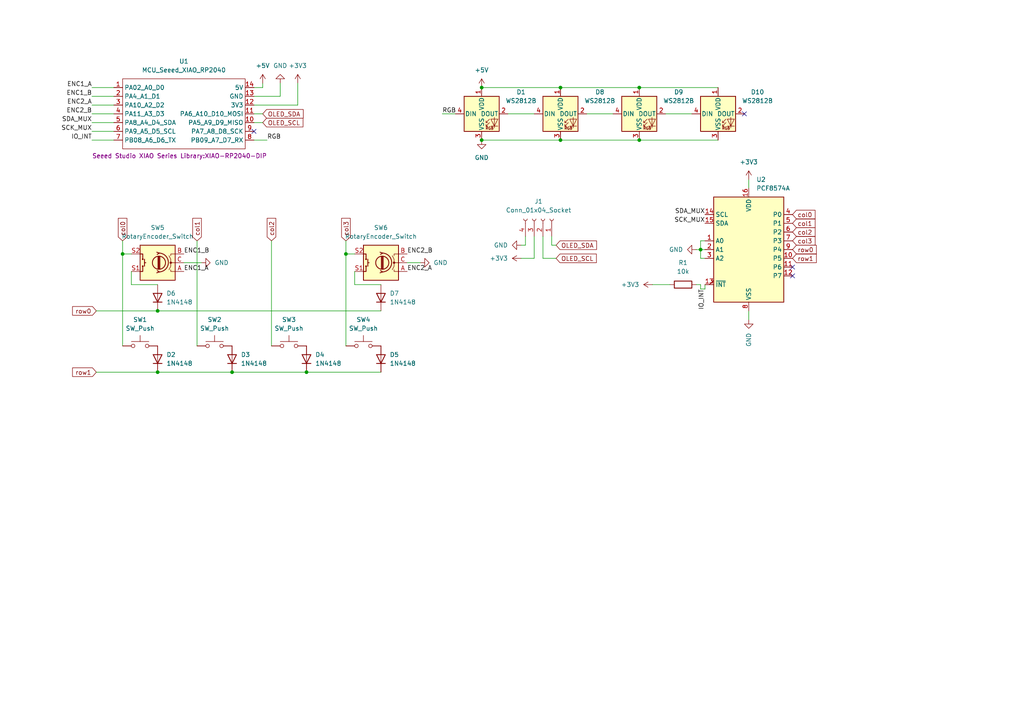
<source format=kicad_sch>
(kicad_sch (version 20231120) (generator "eeschema") (generator_version "8.0")
  (paper "A4")
  (lib_symbols
    (symbol "Connector:Conn_01x04_Socket" (pin_names (offset 1.016) hide)
      (property "Reference" "J" (at 0 5.08 0))
      (property "Value" "Conn_01x04_Socket" (at 0 -7.62 0))
      (symbol "Conn_01x04_Socket_1_1"
        (arc (start 0 -4.572) (mid -0.5058 -5.08) (end 0 -5.588) (stroke (width 0.1524)))
        (arc (start 0 -2.032) (mid -0.5058 -2.54) (end 0 -3.048) (stroke (width 0.1524)))
        (polyline (pts (xy -1.27 -5.08) (xy -0.508 -5.08)) (stroke (width 0.1524)))
        (polyline (pts (xy -1.27 -2.54) (xy -0.508 -2.54)) (stroke (width 0.1524)))
        (polyline (pts (xy -1.27 0) (xy -0.508 0)) (stroke (width 0.1524)))
        (polyline (pts (xy -1.27 2.54) (xy -0.508 2.54)) (stroke (width 0.1524)))
        (arc (start 0 0.508) (mid -0.5058 0) (end 0 -0.508) (stroke (width 0.1524)))
        (arc (start 0 3.048) (mid -0.5058 2.54) (end 0 2.032) (stroke (width 0.1524)))
        (pin passive line (at -5.08 2.54 0) (length 3.81) (name "Pin_1") (number "1"))
        (pin passive line (at -5.08 0 0) (length 3.81) (name "Pin_2") (number "2"))
        (pin passive line (at -5.08 -2.54 0) (length 3.81) (name "Pin_3") (number "3"))
        (pin passive line (at -5.08 -5.08 0) (length 3.81) (name "Pin_4") (number "4"))
      )
    )
    (symbol "Device:R" (pin_numbers hide) (pin_names (offset 0))
      (property "Reference" "R" (at 2.032 0 90))
      (property "Value" "R" (at 0 0 90))
      (symbol "R_0_1"
        (rectangle (start -1.016 -2.54) (end 1.016 2.54) (stroke (width 0.254)))
      )
      (symbol "R_1_1"
        (pin passive line (at 0 3.81 270) (length 1.27) (name "~") (number "1"))
        (pin passive line (at 0 -3.81 90) (length 1.27) (name "~") (number "2"))
      )
    )
    (symbol "Device:RotaryEncoder_Switch" (pin_names (offset 0.254) hide)
      (property "Reference" "SW" (at 0 6.604 0))
      (property "Value" "RotaryEncoder_Switch" (at 0 -6.604 0))
      (symbol "RotaryEncoder_Switch_0_1"
        (rectangle (start -5.08 5.08) (end 5.08 -5.08) (stroke (width 0.254)) (fill (type background)))
        (circle (center -3.81 0) (radius 0.254) (fill (type outline)))
        (circle (center -0.381 0) (radius 1.905) (stroke (width 0.254)))
        (arc (start -0.381 2.667) (mid -3.0988 -0.0635) (end -0.381 -2.794) (stroke (width 0.254)))
        (polyline (pts (xy -0.635 -1.778) (xy -0.635 1.778)) (stroke (width 0.254)))
        (polyline (pts (xy -0.381 -1.778) (xy -0.381 1.778)) (stroke (width 0.254)))
        (polyline (pts (xy -0.127 1.778) (xy -0.127 -1.778)) (stroke (width 0.254)))
        (polyline (pts (xy 3.81 0) (xy 3.429 0)) (stroke (width 0.254)))
        (polyline (pts (xy 3.81 1.016) (xy 3.81 -1.016)) (stroke (width 0.254)))
        (polyline (pts (xy -5.08 -2.54) (xy -3.81 -2.54) (xy -3.81 -2.032)))
        (polyline (pts (xy -5.08 2.54) (xy -3.81 2.54) (xy -3.81 2.032)))
        (polyline (pts (xy 0.254 -3.048) (xy -0.508 -2.794) (xy 0.127 -2.413)) (stroke (width 0.254)))
        (polyline (pts (xy 0.254 2.921) (xy -0.508 2.667) (xy 0.127 2.286)) (stroke (width 0.254)))
        (polyline (pts (xy 5.08 -2.54) (xy 4.318 -2.54) (xy 4.318 -1.016)) (stroke (width 0.254)))
        (polyline (pts (xy 5.08 2.54) (xy 4.318 2.54) (xy 4.318 1.016)) (stroke (width 0.254)))
        (polyline (pts (xy -5.08 0) (xy -3.81 0) (xy -3.81 -1.016) (xy -3.302 -2.032)))
        (polyline (pts (xy -4.318 0) (xy -3.81 0) (xy -3.81 1.016) (xy -3.302 2.032)))
        (circle (center 4.318 -1.016) (radius 0.127) (stroke (width 0.254)))
        (circle (center 4.318 1.016) (radius 0.127) (stroke (width 0.254)))
      )
      (symbol "RotaryEncoder_Switch_1_1"
        (pin passive line (at -7.62 2.54 0) (length 2.54) (name "A") (number "A"))
        (pin passive line (at -7.62 -2.54 0) (length 2.54) (name "B") (number "B"))
        (pin passive line (at -7.62 0 0) (length 2.54) (name "C") (number "C"))
        (pin passive line (at 7.62 2.54 180) (length 2.54) (name "S1") (number "S1"))
        (pin passive line (at 7.62 -2.54 180) (length 2.54) (name "S2") (number "S2"))
      )
    )
    (symbol "Diode:1N4148" (pin_numbers hide) (pin_names hide)
      (property "Reference" "D" (at 0 2.54 0))
      (property "Value" "1N4148" (at 0 -2.54 0))
      (symbol "1N4148_0_1"
        (polyline (pts (xy -1.27 1.27) (xy -1.27 -1.27)) (stroke (width 0.254)))
        (polyline (pts (xy 1.27 0) (xy -1.27 0)))
        (polyline (pts (xy 1.27 1.27) (xy 1.27 -1.27) (xy -1.27 0) (xy 1.27 1.27)) (stroke (width 0.254)))
      )
      (symbol "1N4148_1_1"
        (pin passive line (at -3.81 0 0) (length 2.54) (name "K") (number "1"))
        (pin passive line (at 3.81 0 180) (length 2.54) (name "A") (number "2"))
      )
    )
    (symbol "Interface_Expansion:PCF8574A"
      (property "Reference" "U" (at -8.89 16.51 0))
      (property "Value" "PCF8574A" (at 2.54 16.51 0))
      (symbol "PCF8574A_0_1"
        (rectangle (start -10.16 15.24) (end 10.16 -15.24) (stroke (width 0.254)) (fill (type background)))
      )
      (symbol "PCF8574A_1_1"
        (pin input line (at -12.7 2.54 0) (length 2.54) (name "A0") (number "1"))
        (pin bidirectional line (at 12.7 -2.54 180) (length 2.54) (name "P5") (number "10"))
        (pin bidirectional line (at 12.7 -5.08 180) (length 2.54) (name "P6") (number "11"))
        (pin bidirectional line (at 12.7 -7.62 180) (length 2.54) (name "P7") (number "12"))
        (pin open_collector output_low (at -12.7 -10.16 0) (length 2.54) (name "~{INT}") (number "13"))
        (pin input line (at -12.7 10.16 0) (length 2.54) (name "SCL") (number "14"))
        (pin bidirectional line (at -12.7 7.62 0) (length 2.54) (name "SDA") (number "15"))
        (pin power_in line (at 0 17.78 270) (length 2.54) (name "VDD") (number "16"))
        (pin input line (at -12.7 0 0) (length 2.54) (name "A1") (number "2"))
        (pin input line (at -12.7 -2.54 0) (length 2.54) (name "A2") (number "3"))
        (pin bidirectional line (at 12.7 10.16 180) (length 2.54) (name "P0") (number "4"))
        (pin bidirectional line (at 12.7 7.62 180) (length 2.54) (name "P1") (number "5"))
        (pin bidirectional line (at 12.7 5.08 180) (length 2.54) (name "P2") (number "6"))
        (pin bidirectional line (at 12.7 2.54 180) (length 2.54) (name "P3") (number "7"))
        (pin power_in line (at 0 -17.78 90) (length 2.54) (name "VSS") (number "8"))
        (pin bidirectional line (at 12.7 0 180) (length 2.54) (name "P4") (number "9"))
      )
    )
    (symbol "LED:WS2812B" (pin_names (offset 0.254))
      (property "Reference" "D" (at 5.08 5.715 0))
      (property "Value" "WS2812B" (at 1.27 -5.715 0))
      (symbol "WS2812B_0_0"
        (text "RGB" (at 2.286 -4.191 0) (effects (font (size 0.762 0.762))))
      )
      (symbol "WS2812B_0_1"
        (polyline (pts (xy 1.27 -3.556) (xy 1.778 -3.556)))
        (polyline (pts (xy 1.27 -2.54) (xy 1.778 -2.54)))
        (polyline (pts (xy 4.699 -3.556) (xy 2.667 -3.556)))
        (polyline (pts (xy 2.286 -2.54) (xy 1.27 -3.556) (xy 1.27 -3.048)))
        (polyline (pts (xy 2.286 -1.524) (xy 1.27 -2.54) (xy 1.27 -2.032)))
        (polyline (pts (xy 3.683 -1.016) (xy 3.683 -3.556) (xy 3.683 -4.064)))
        (polyline (pts (xy 4.699 -1.524) (xy 2.667 -1.524) (xy 3.683 -3.556) (xy 4.699 -1.524)))
        (rectangle (start 5.08 5.08) (end -5.08 -5.08) (stroke (width 0.254)) (fill (type background)))
      )
      (symbol "WS2812B_1_1"
        (pin power_in line (at 0 7.62 270) (length 2.54) (name "VDD") (number "1"))
        (pin output line (at 7.62 0 180) (length 2.54) (name "DOUT") (number "2"))
        (pin power_in line (at 0 -7.62 90) (length 2.54) (name "VSS") (number "3"))
        (pin input line (at -7.62 0 0) (length 2.54) (name "DIN") (number "4"))
      )
    )
    (symbol "ScottoKeebs:MCU_Seeed_XIAO_RP2040"
      (property "Reference" "U" (at -16.51 11.43 0))
      (property "Value" "MCU_Seeed_XIAO_RP2040" (at -3.81 -11.43 0))
      (symbol "MCU_Seeed_XIAO_RP2040_0_1"
        (rectangle (start -16.51 10.16) (end 19.05 -10.16))
      )
      (symbol "MCU_Seeed_XIAO_RP2040_1_1"
        (pin passive line (at -19.05 7.62 0) (length 2.54) (name "PA02_A0_D0") (number "1"))
        (pin passive line (at 21.59 -2.54 180) (length 2.54) (name "PA5_A9_D9_MISO") (number "10"))
        (pin passive line (at 21.59 0 180) (length 2.54) (name "PA6_A10_D10_MOSI") (number "11"))
        (pin passive line (at 21.59 2.54 180) (length 2.54) (name "3V3") (number "12"))
        (pin passive line (at 21.59 5.08 180) (length 2.54) (name "GND") (number "13"))
        (pin passive line (at 21.59 7.62 180) (length 2.54) (name "5V") (number "14"))
        (pin passive line (at -19.05 5.08 0) (length 2.54) (name "PA4_A1_D1") (number "2"))
        (pin passive line (at -19.05 2.54 0) (length 2.54) (name "PA10_A2_D2") (number "3"))
        (pin passive line (at -19.05 0 0) (length 2.54) (name "PA11_A3_D3") (number "4"))
        (pin passive line (at -19.05 -2.54 0) (length 2.54) (name "PA8_A4_D4_SDA") (number "5"))
        (pin passive line (at -19.05 -5.08 0) (length 2.54) (name "PA9_A5_D5_SCL") (number "6"))
        (pin passive line (at -19.05 -7.62 0) (length 2.54) (name "PB08_A6_D6_TX") (number "7"))
        (pin passive line (at 21.59 -7.62 180) (length 2.54) (name "PB09_A7_D7_RX") (number "8"))
        (pin passive line (at 21.59 -5.08 180) (length 2.54) (name "PA7_A8_D8_SCK") (number "9"))
      )
    )
    (symbol "Switch:SW_Push" (pin_numbers hide) (pin_names (offset 1.016) hide)
      (property "Reference" "SW" (at 1.27 2.54 0))
      (property "Value" "SW_Push" (at 0 -1.524 0))
      (symbol "SW_Push_0_1"
        (circle (center -2.032 0) (radius 0.508))
        (polyline (pts (xy 0 1.27) (xy 0 3.048)))
        (polyline (pts (xy 2.54 1.27) (xy -2.54 1.27)))
        (circle (center 2.032 0) (radius 0.508))
        (pin passive line (at -5.08 0 0) (length 2.54) (name "1") (number "1"))
        (pin passive line (at 5.08 0 180) (length 2.54) (name "2") (number "2"))
      )
    )
    (symbol "power:+3V3" (power) (pin_numbers hide) (pin_names (offset 0) hide)
      (property "Value" "+3V3" (at 0 3.556 0))
      (symbol "+3V3_0_1"
        (polyline (pts (xy -0.762 1.27) (xy 0 2.54)))
        (polyline (pts (xy 0 0) (xy 0 2.54)))
        (polyline (pts (xy 0 2.54) (xy 0.762 1.27)))
      )
      (symbol "+3V3_1_1"
        (pin power_in line (at 0 0 90) (length 0) (name "~") (number "1"))
      )
    )
    (symbol "power:+5V" (power) (pin_numbers hide) (pin_names (offset 0) hide)
      (property "Value" "+5V" (at 0 3.556 0))
      (symbol "+5V_0_1"
        (polyline (pts (xy -0.762 1.27) (xy 0 2.54)))
        (polyline (pts (xy 0 0) (xy 0 2.54)))
        (polyline (pts (xy 0 2.54) (xy 0.762 1.27)))
      )
      (symbol "+5V_1_1"
        (pin power_in line (at 0 0 90) (length 0) (name "~") (number "1"))
      )
    )
    (symbol "power:GND" (power) (pin_numbers hide) (pin_names (offset 0) hide)
      (property "Value" "GND" (at 0 -3.81 0))
      (symbol "GND_0_1"
        (polyline (pts (xy 0 0) (xy 0 -1.27) (xy 1.27 -1.27) (xy 0 -2.54) (xy -1.27 -1.27) (xy 0 -1.27)))
      )
      (symbol "GND_1_1"
        (pin power_in line (at 0 0 270) (length 0) (name "~") (number "1"))
      )
    )
  )
  (junction (at 45.72 107.95))
  (junction (at 67.31 107.95))
  (junction (at 162.56 25.4))
  (junction (at 185.42 25.4))
  (junction (at 139.7 25.4))
  (junction (at 185.42 40.64))
  (junction (at 139.7 40.64))
  (junction (at 100.33 73.66))
  (junction (at 45.72 90.17))
  (junction (at 88.9 107.95))
  (junction (at 162.56 40.64))
  (junction (at 35.56 73.66))
  (junction (at 203.2 72.39))
  (no_connect (at 229.87 80.01))
  (no_connect (at 229.87 77.47))
  (no_connect (at 215.9 33.02))
  (no_connect (at 73.66 38.1))
  (wire (pts (xy 203.2 83.82) (xy 203.2 82.55)))
  (wire (pts (xy 203.2 72.39) (xy 204.47 72.39)))
  (wire (pts (xy 203.2 83.82) (xy 204.47 83.82)))
  (wire (pts (xy 26.67 33.02) (xy 33.02 33.02)))
  (wire (pts (xy 204.47 83.82) (xy 204.47 82.55)))
  (wire (pts (xy 73.66 25.4) (xy 76.2 25.4)))
  (wire (pts (xy 151.13 74.93) (xy 154.94 74.93)))
  (wire (pts (xy 100.33 73.66) (xy 102.87 73.66)))
  (wire (pts (xy 204.47 69.85) (xy 203.2 69.85)))
  (wire (pts (xy 217.17 90.17) (xy 217.17 92.71)))
  (wire (pts (xy 128.27 33.02) (xy 132.08 33.02)))
  (wire (pts (xy 203.2 82.55) (xy 201.93 82.55)))
  (wire (pts (xy 35.56 73.66) (xy 35.56 100.33)))
  (wire (pts (xy 38.1 73.66) (xy 35.56 73.66)))
  (wire (pts (xy 193.04 33.02) (xy 200.66 33.02)))
  (wire (pts (xy 139.7 25.4) (xy 162.56 25.4)))
  (wire (pts (xy 88.9 107.95) (xy 110.49 107.95)))
  (wire (pts (xy 26.67 40.64) (xy 33.02 40.64)))
  (wire (pts (xy 162.56 25.4) (xy 185.42 25.4)))
  (wire (pts (xy 73.66 27.94) (xy 81.28 27.94)))
  (wire (pts (xy 27.94 90.17) (xy 45.72 90.17)))
  (wire (pts (xy 185.42 40.64) (xy 208.28 40.64)))
  (wire (pts (xy 45.72 90.17) (xy 110.49 90.17)))
  (wire (pts (xy 201.93 72.39) (xy 203.2 72.39)))
  (wire (pts (xy 26.67 30.48) (xy 33.02 30.48)))
  (wire (pts (xy 78.74 69.85) (xy 78.74 100.33)))
  (wire (pts (xy 185.42 25.4) (xy 208.28 25.4)))
  (wire (pts (xy 77.47 40.64) (xy 73.66 40.64)))
  (wire (pts (xy 26.67 38.1) (xy 33.02 38.1)))
  (wire (pts (xy 203.2 69.85) (xy 203.2 72.39)))
  (wire (pts (xy 147.32 33.02) (xy 154.94 33.02)))
  (wire (pts (xy 26.67 35.56) (xy 33.02 35.56)))
  (wire (pts (xy 102.87 78.74) (xy 102.87 82.55)))
  (wire (pts (xy 57.15 69.85) (xy 57.15 100.33)))
  (wire (pts (xy 67.31 107.95) (xy 88.9 107.95)))
  (wire (pts (xy 53.34 76.2) (xy 58.42 76.2)))
  (wire (pts (xy 157.48 74.93) (xy 161.29 74.93)))
  (wire (pts (xy 157.48 74.93) (xy 157.48 68.58)))
  (wire (pts (xy 118.11 76.2) (xy 121.92 76.2)))
  (wire (pts (xy 26.67 25.4) (xy 33.02 25.4)))
  (wire (pts (xy 102.87 82.55) (xy 110.49 82.55)))
  (wire (pts (xy 152.4 68.58) (xy 152.4 71.12)))
  (wire (pts (xy 204.47 74.93) (xy 203.2 74.93)))
  (wire (pts (xy 170.18 33.02) (xy 177.8 33.02)))
  (wire (pts (xy 162.56 40.64) (xy 185.42 40.64)))
  (wire (pts (xy 160.02 71.12) (xy 161.29 71.12)))
  (wire (pts (xy 86.36 30.48) (xy 86.36 24.13)))
  (wire (pts (xy 76.2 35.56) (xy 73.66 35.56)))
  (wire (pts (xy 38.1 82.55) (xy 45.72 82.55)))
  (wire (pts (xy 81.28 27.94) (xy 81.28 24.13)))
  (wire (pts (xy 139.7 40.64) (xy 162.56 40.64)))
  (wire (pts (xy 35.56 69.85) (xy 35.56 73.66)))
  (wire (pts (xy 203.2 74.93) (xy 203.2 72.39)))
  (wire (pts (xy 38.1 78.74) (xy 38.1 82.55)))
  (wire (pts (xy 73.66 30.48) (xy 86.36 30.48)))
  (wire (pts (xy 76.2 33.02) (xy 73.66 33.02)))
  (wire (pts (xy 100.33 73.66) (xy 100.33 100.33)))
  (wire (pts (xy 45.72 107.95) (xy 67.31 107.95)))
  (wire (pts (xy 160.02 68.58) (xy 160.02 71.12)))
  (wire (pts (xy 217.17 52.07) (xy 217.17 54.61)))
  (wire (pts (xy 189.23 82.55) (xy 194.31 82.55)))
  (wire (pts (xy 100.33 69.85) (xy 100.33 73.66)))
  (wire (pts (xy 76.2 25.4) (xy 76.2 24.13)))
  (wire (pts (xy 27.94 107.95) (xy 45.72 107.95)))
  (wire (pts (xy 151.13 71.12) (xy 152.4 71.12)))
  (wire (pts (xy 26.67 27.94) (xy 33.02 27.94)))
  (wire (pts (xy 154.94 68.58) (xy 154.94 74.93)))
  (label "IO_INT" (at 26.67 40.64 180))
  (label "ENC2_A" (at 118.11 78.74 0))
  (label "RGB" (at 128.27 33.02 0))
  (label "SCK_MUX" (at 26.67 38.1 180))
  (label "ENC1_A" (at 53.34 78.74 0))
  (label "ENC2_A" (at 26.67 30.48 180))
  (label "ENC1_B" (at 53.34 73.66 0))
  (label "SCK_MUX" (at 204.47 64.77 180))
  (label "ENC1_B" (at 26.67 27.94 180))
  (label "SDA_MUX" (at 204.47 62.23 180))
  (label "IO_INT" (at 204.47 83.82 270))
  (label "ENC1_A" (at 26.67 25.4 180))
  (label "ENC2_B" (at 118.11 73.66 0))
  (label "SDA_MUX" (at 26.67 35.56 180))
  (label "RGB" (at 77.47 40.64 0))
  (label "ENC2_B" (at 26.67 33.02 180))
  (global_label "OLED_SDA" (shape input) (at 76.2 33.02 0) (property "Intersheetrefs" "${INTERSHEET_REFS}" (effects (hide yes))))
  (global_label "row0" (shape input) (at 229.87 72.39 0) (property "Intersheetrefs" "${INTERSHEET_REFS}" (effects (hide yes))))
  (global_label "col3" (shape input) (at 100.33 69.85 90) (property "Intersheetrefs" "${INTERSHEET_REFS}" (effects (hide yes))))
  (global_label "col0" (shape input) (at 229.87 62.23 0) (property "Intersheetrefs" "${INTERSHEET_REFS}" (effects (hide yes))))
  (global_label "row1" (shape input) (at 27.94 107.95 180) (property "Intersheetrefs" "${INTERSHEET_REFS}" (effects (hide yes))))
  (global_label "OLED_SCL" (shape input) (at 161.29 74.93 0) (property "Intersheetrefs" "${INTERSHEET_REFS}" (effects (hide yes))))
  (global_label "row1" (shape input) (at 229.87 74.93 0) (property "Intersheetrefs" "${INTERSHEET_REFS}" (effects (hide yes))))
  (global_label "col2" (shape input) (at 229.87 67.31 0) (property "Intersheetrefs" "${INTERSHEET_REFS}" (effects (hide yes))))
  (global_label "col0" (shape input) (at 35.56 69.85 90) (property "Intersheetrefs" "${INTERSHEET_REFS}" (effects (hide yes))))
  (global_label "row0" (shape input) (at 27.94 90.17 180) (property "Intersheetrefs" "${INTERSHEET_REFS}" (effects (hide yes))))
  (global_label "OLED_SCL" (shape input) (at 76.2 35.56 0) (property "Intersheetrefs" "${INTERSHEET_REFS}" (effects (hide yes))))
  (global_label "col3" (shape input) (at 229.87 69.85 0) (property "Intersheetrefs" "${INTERSHEET_REFS}" (effects (hide yes))))
  (global_label "col1" (shape input) (at 57.15 69.85 90) (property "Intersheetrefs" "${INTERSHEET_REFS}" (effects (hide yes))))
  (global_label "col2" (shape input) (at 78.74 69.85 90) (property "Intersheetrefs" "${INTERSHEET_REFS}" (effects (hide yes))))
  (global_label "OLED_SDA" (shape input) (at 161.29 71.12 0) (property "Intersheetrefs" "${INTERSHEET_REFS}" (effects (hide yes))))
  (global_label "col1" (shape input) (at 229.87 64.77 0) (property "Intersheetrefs" "${INTERSHEET_REFS}" (effects (hide yes))))
  (symbol (lib_id "power:GND") (at 81.28 24.13 180) (unit 1)
    (property "Reference" "#PWR02" (effects (hide yes)))
    (property "Value" "GND" (at 81.28 19.05 0))
    (property "Description" "Power symbol creates a global label with name \"GND\" , ground" (effects (hide yes)))
  )
  (symbol (lib_id "power:+3V3") (at 189.23 82.55 90) (unit 1)
    (property "Reference" "#PWR09" (effects (hide yes)))
    (property "Value" "+3V3" (at 185.42 82.5499 90) (effects (justify left)))
    (property "Description" "Power symbol creates a global label with name \"+3V3\"" (effects (hide yes)))
  )
  (symbol (lib_id "power:GND") (at 201.93 72.39 270) (unit 1)
    (property "Reference" "#PWR08" (effects (hide yes)))
    (property "Value" "GND" (at 198.12 72.39 90) (effects (justify right)))
  )
  (symbol (lib_id "ScottoKeebs:MCU_Seeed_XIAO_RP2040") (at 52.07 33.02 0) (unit 1)
    (property "Reference" "U1" (at 53.34 17.78 0))
    (property "Value" "MCU_Seeed_XIAO_RP2040" (at 53.34 20.32 0))
    (property "Footprint" "Seeed Studio XIAO Series Library:XIAO-RP2040-DIP" (at 52.07 45.212 0))
  )
  (symbol (lib_id "power:GND") (at 58.42 76.2 90) (unit 1)
    (property "Reference" "#PWR06" (effects (hide yes)))
    (property "Value" "GND" (at 62.23 76.1999 90) (effects (justify right)))
    (property "Description" "Power symbol creates a global label with name \"GND\" , ground" (effects (hide yes)))
  )
  (symbol (lib_id "power:GND") (at 217.17 92.71 0) (unit 1)
    (property "Reference" "#PWR011" (effects (hide yes)))
    (property "Value" "GND" (at 217.17 96.52 90) (effects (justify right)))
  )
  (symbol (lib_id "Diode:1N4148") (at 67.31 104.14 90) (unit 1)
    (property "Reference" "D3" (at 69.85 102.8699 90) (effects (justify right)))
    (property "Value" "1N4148" (at 69.85 105.4099 90) (effects (justify right)))
    (property "Footprint" "Diode_THT:D_DO-35_SOD27_P7.62mm_Horizontal" (effects (hide yes)))
    (property "Datasheet" "https://assets.nexperia.com/documents/data-sheet/1N4148_1N4448.pdf" (effects (hide yes)))
    (property "Description" "100V 0.15A standard switching diode, DO-35" (effects (hide yes)))
    (property "Sim.Device" "D" (effects (hide yes)))
    (property "Sim.Pins" "1=K 2=A" (effects (hide yes)))
  )
  (symbol (lib_id "Diode:1N4148") (at 45.72 104.14 90) (unit 1)
    (property "Reference" "D2" (at 48.26 102.8699 90) (effects (justify right)))
    (property "Value" "1N4148" (at 48.26 105.4099 90) (effects (justify right)))
    (property "Footprint" "Diode_THT:D_DO-35_SOD27_P7.62mm_Horizontal" (effects (hide yes)))
    (property "Datasheet" "https://assets.nexperia.com/documents/data-sheet/1N4148_1N4448.pdf" (effects (hide yes)))
    (property "Description" "100V 0.15A standard switching diode, DO-35" (effects (hide yes)))
    (property "Sim.Device" "D" (effects (hide yes)))
    (property "Sim.Pins" "1=K 2=A" (effects (hide yes)))
  )
  (symbol (lib_id "power:GND") (at 121.92 76.2 90) (unit 1)
    (property "Reference" "#PWR07" (effects (hide yes)))
    (property "Value" "GND" (at 125.73 76.1999 90) (effects (justify right)))
    (property "Description" "Power symbol creates a global label with name \"GND\" , ground" (effects (hide yes)))
  )
  (symbol (lib_id "Switch:SW_Push") (at 105.41 100.33 0) (unit 1)
    (property "Reference" "SW4" (at 105.41 92.71 0))
    (property "Value" "SW_Push" (at 105.41 95.25 0))
    (property "Footprint" "MX_Only:MXOnly-1U-Hotswap-Antishear" (effects (hide yes)))
    (property "Description" "Push button switch, generic, two pins" (effects (hide yes)))
  )
  (symbol (lib_id "Diode:1N4148") (at 88.9 104.14 90) (unit 1)
    (property "Reference" "D4" (at 91.44 102.8699 90) (effects (justify right)))
    (property "Value" "1N4148" (at 91.44 105.4099 90) (effects (justify right)))
    (property "Footprint" "Diode_THT:D_DO-35_SOD27_P7.62mm_Horizontal" (effects (hide yes)))
    (property "Datasheet" "https://assets.nexperia.com/documents/data-sheet/1N4148_1N4448.pdf" (effects (hide yes)))
    (property "Description" "100V 0.15A standard switching diode, DO-35" (effects (hide yes)))
    (property "Sim.Device" "D" (effects (hide yes)))
    (property "Sim.Pins" "1=K 2=A" (effects (hide yes)))
  )
  (symbol (lib_id "Connector:Conn_01x04_Socket") (at 157.48 63.5 270) (mirror x) (unit 1)
    (property "Reference" "J1" (at 156.21 58.42 90))
    (property "Value" "Conn_01x04_Socket" (at 156.21 60.96 90))
    (property "Footprint" "Connector_PinSocket_2.54mm:PinSocket_1x04_P2.54mm_Vertical" (effects (hide yes)))
  )
  (symbol (lib_id "LED:WS2812B") (at 185.42 33.02 0) (unit 1)
    (property "Reference" "D9" (at 196.85 26.7014 0))
    (property "Value" "WS2812B" (at 196.85 29.2414 0))
    (property "Footprint" "Keebio-Parts:SK6812-MINI-E" (effects (hide yes)))
    (property "Datasheet" "https://cdn-shop.adafruit.com/datasheets/WS2812B.pdf" (effects (hide yes)))
    (property "Description" "RGB LED with integrated controller" (effects (hide yes)))
  )
  (symbol (lib_id "power:+3V3") (at 151.13 74.93 90) (unit 1)
    (property "Reference" "#PWR05" (effects (hide yes)))
    (property "Value" "+3V3" (at 147.32 74.9299 90) (effects (justify left)))
    (property "Description" "Power symbol creates a global label with name \"+3V3\"" (effects (hide yes)))
  )
  (symbol (lib_id "LED:WS2812B") (at 208.28 33.02 0) (unit 1)
    (property "Reference" "D10" (at 219.71 26.7014 0))
    (property "Value" "WS2812B" (at 219.71 29.2414 0))
    (property "Footprint" "Keebio-Parts:SK6812-MINI-E" (effects (hide yes)))
    (property "Datasheet" "https://cdn-shop.adafruit.com/datasheets/WS2812B.pdf" (effects (hide yes)))
    (property "Description" "RGB LED with integrated controller" (effects (hide yes)))
  )
  (symbol (lib_id "Device:RotaryEncoder_Switch") (at 110.49 76.2 180) (unit 1)
    (property "Reference" "SW6" (at 110.49 66.04 0))
    (property "Value" "RotaryEncoder_Switch" (at 110.49 68.58 0))
    (property "Footprint" "Keebio-Parts:RotaryEncoder_EC11" (effects (hide yes)))
    (property "Description" "Rotary encoder, dual channel, incremental quadrate outputs, with switch" (effects (hide yes)))
  )
  (symbol (lib_id "Switch:SW_Push") (at 83.82 100.33 0) (unit 1)
    (property "Reference" "SW3" (at 83.82 92.71 0))
    (property "Value" "SW_Push" (at 83.82 95.25 0))
    (property "Footprint" "MX_Only:MXOnly-1U-Hotswap-Antishear" (effects (hide yes)))
    (property "Description" "Push button switch, generic, two pins" (effects (hide yes)))
  )
  (symbol (lib_id "power:+3V3") (at 86.36 24.13 0) (unit 1)
    (property "Reference" "#PWR03" (effects (hide yes)))
    (property "Value" "+3V3" (at 86.36 19.05 0))
    (property "Description" "Power symbol creates a global label with name \"+3V3\"" (effects (hide yes)))
  )
  (symbol (lib_id "Diode:1N4148") (at 110.49 86.36 90) (unit 1)
    (property "Reference" "D7" (at 113.03 85.0899 90) (effects (justify right)))
    (property "Value" "1N4148" (at 113.03 87.6299 90) (effects (justify right)))
    (property "Footprint" "Diode_THT:D_DO-35_SOD27_P7.62mm_Horizontal" (effects (hide yes)))
    (property "Datasheet" "https://assets.nexperia.com/documents/data-sheet/1N4148_1N4448.pdf" (effects (hide yes)))
    (property "Description" "100V 0.15A standard switching diode, DO-35" (effects (hide yes)))
    (property "Sim.Device" "D" (effects (hide yes)))
    (property "Sim.Pins" "1=K 2=A" (effects (hide yes)))
  )
  (symbol (lib_id "Device:RotaryEncoder_Switch") (at 45.72 76.2 180) (unit 1)
    (property "Reference" "SW5" (at 45.72 66.04 0))
    (property "Value" "RotaryEncoder_Switch" (at 45.72 68.58 0))
    (property "Footprint" "Keebio-Parts:RotaryEncoder_EC11" (effects (hide yes)))
    (property "Description" "Rotary encoder, dual channel, incremental quadrate outputs, with switch" (effects (hide yes)))
  )
  (symbol (lib_id "Device:R") (at 198.12 82.55 90) (unit 1)
    (property "Reference" "R1" (at 198.12 76.2 90))
    (property "Value" "10k" (at 198.12 78.74 90))
    (property "Footprint" "Resistor_THT:R_Axial_DIN0207_L6.3mm_D2.5mm_P10.16mm_Horizontal" (effects (hide yes)))
    (property "Description" "Resistor" (effects (hide yes)))
  )
  (symbol (lib_id "Interface_Expansion:PCF8574A") (at 217.17 72.39 0) (unit 1)
    (property "Reference" "U2" (at 219.3641 52.07 0) (effects (justify left)))
    (property "Value" "PCF8574A" (at 219.3641 54.61 0) (effects (justify left)))
    (property "Footprint" "Package_DIP:DIP-16_W7.62mm" (effects (hide yes)))
    (property "Datasheet" "http://www.nxp.com/docs/en/data-sheet/PCF8574_PCF8574A.pdf" (effects (hide yes)))
    (property "Description" "8 Bit Port/Expander to I2C Bus, DIP/SOIC-16" (effects (hide yes)))
  )
  (symbol (lib_id "Switch:SW_Push") (at 40.64 100.33 0) (unit 1)
    (property "Reference" "SW1" (at 40.64 92.71 0))
    (property "Value" "SW_Push" (at 40.64 95.25 0))
    (property "Footprint" "MX_Only:MXOnly-1U-Hotswap-Antishear" (effects (hide yes)))
    (property "Description" "Push button switch, generic, two pins" (effects (hide yes)))
  )
  (symbol (lib_id "power:+3V3") (at 217.17 52.07 0) (unit 1)
    (property "Reference" "#PWR010" (effects (hide yes)))
    (property "Value" "+3V3" (at 217.17 46.99 0))
    (property "Description" "Power symbol creates a global label with name \"+3V3\"" (effects (hide yes)))
  )
  (symbol (lib_id "LED:WS2812B") (at 162.56 33.02 0) (unit 1)
    (property "Reference" "D8" (at 173.99 26.7014 0))
    (property "Value" "WS2812B" (at 173.99 29.2414 0))
    (property "Footprint" "Keebio-Parts:SK6812-MINI-E" (effects (hide yes)))
    (property "Datasheet" "https://cdn-shop.adafruit.com/datasheets/WS2812B.pdf" (effects (hide yes)))
    (property "Description" "RGB LED with integrated controller" (effects (hide yes)))
  )
  (symbol (lib_id "Switch:SW_Push") (at 62.23 100.33 0) (unit 1)
    (property "Reference" "SW2" (at 62.23 92.71 0))
    (property "Value" "SW_Push" (at 62.23 95.25 0))
    (property "Footprint" "MX_Only:MXOnly-1U-Hotswap-Antishear" (effects (hide yes)))
    (property "Description" "Push button switch, generic, two pins" (effects (hide yes)))
  )
  (symbol (lib_id "power:+5V") (at 76.2 24.13 0) (unit 1)
    (property "Reference" "#PWR01" (effects (hide yes)))
    (property "Value" "+5V" (at 76.2 19.05 0))
    (property "Description" "Power symbol creates a global label with name \"+5V\"" (effects (hide yes)))
  )
  (symbol (lib_id "power:GND") (at 151.13 71.12 270) (unit 1)
    (property "Reference" "#PWR04" (effects (hide yes)))
    (property "Value" "GND" (at 147.32 71.12 90) (effects (justify right)))
  )
  (symbol (lib_id "power:+5V") (at 139.7 25.4 0) (unit 1)
    (property "Reference" "#PWR013" (effects (hide yes)))
    (property "Value" "+5V" (at 139.7 20.32 0))
    (property "Description" "Power symbol creates a global label with name \"+5V\"" (effects (hide yes)))
  )
  (symbol (lib_id "power:GND") (at 139.7 40.64 0) (unit 1)
    (property "Reference" "#PWR012" (effects (hide yes)))
    (property "Value" "GND" (at 139.7 45.72 0))
    (property "Description" "Power symbol creates a global label with name \"GND\" , ground" (effects (hide yes)))
  )
  (symbol (lib_id "Diode:1N4148") (at 110.49 104.14 90) (unit 1)
    (property "Reference" "D5" (at 113.03 102.8699 90) (effects (justify right)))
    (property "Value" "1N4148" (at 113.03 105.4099 90) (effects (justify right)))
    (property "Footprint" "Diode_THT:D_DO-35_SOD27_P7.62mm_Horizontal" (effects (hide yes)))
    (property "Datasheet" "https://assets.nexperia.com/documents/data-sheet/1N4148_1N4448.pdf" (effects (hide yes)))
    (property "Description" "100V 0.15A standard switching diode, DO-35" (effects (hide yes)))
    (property "Sim.Device" "D" (effects (hide yes)))
    (property "Sim.Pins" "1=K 2=A" (effects (hide yes)))
  )
  (symbol (lib_id "LED:WS2812B") (at 139.7 33.02 0) (unit 1)
    (property "Reference" "D1" (at 151.13 26.7014 0))
    (property "Value" "WS2812B" (at 151.13 29.2414 0))
    (property "Footprint" "Keebio-Parts:SK6812-MINI-E" (effects (hide yes)))
    (property "Datasheet" "https://cdn-shop.adafruit.com/datasheets/WS2812B.pdf" (effects (hide yes)))
    (property "Description" "RGB LED with integrated controller" (effects (hide yes)))
  )
  (symbol (lib_id "Diode:1N4148") (at 45.72 86.36 90) (unit 1)
    (property "Reference" "D6" (at 48.26 85.0899 90) (effects (justify right)))
    (property "Value" "1N4148" (at 48.26 87.6299 90) (effects (justify right)))
    (property "Footprint" "Diode_THT:D_DO-35_SOD27_P7.62mm_Horizontal" (effects (hide yes)))
    (property "Datasheet" "https://assets.nexperia.com/documents/data-sheet/1N4148_1N4448.pdf" (effects (hide yes)))
    (property "Description" "100V 0.15A standard switching diode, DO-35" (effects (hide yes)))
    (property "Sim.Device" "D" (effects (hide yes)))
    (property "Sim.Pins" "1=K 2=A" (effects (hide yes)))
  )
)
</source>
